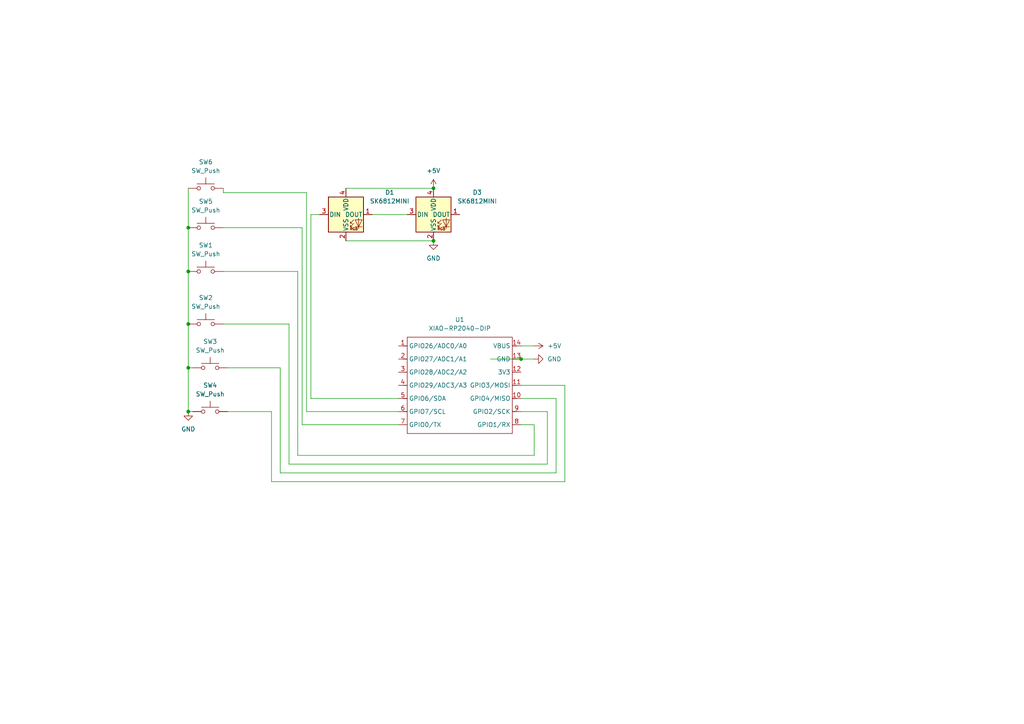
<source format=kicad_sch>
(kicad_sch (version 20250114) (generator "eeschema") (generator_version "9.0")
  (paper "A4")
  (lib_symbols
    (symbol "LED:SK6812MINI" (pin_names (offset 0.254))
      (property "Reference" "D" (at 5.08 5.715 0))
      (property "Value" "SK6812MINI" (at 1.27 -5.715 0))
      (symbol "SK6812MINI_0_0"
        (text "RGB" (at 2.286 -4.191 0) (effects (font (size 0.762 0.762))))
      )
      (symbol "SK6812MINI_0_1"
        (polyline (pts (xy 1.27 -2.54) (xy 1.778 -2.54)))
        (polyline (pts (xy 1.27 -3.556) (xy 1.778 -3.556)))
        (polyline (pts (xy 2.286 -1.524) (xy 1.27 -2.54) (xy 1.27 -2.032)))
        (polyline (pts (xy 2.286 -2.54) (xy 1.27 -3.556) (xy 1.27 -3.048)))
        (polyline (pts (xy 3.683 -1.016) (xy 3.683 -3.556) (xy 3.683 -4.064)))
        (polyline (pts (xy 4.699 -1.524) (xy 2.667 -1.524) (xy 3.683 -3.556) (xy 4.699 -1.524)))
        (polyline (pts (xy 4.699 -3.556) (xy 2.667 -3.556)))
        (rectangle (start 5.08 5.08) (end -5.08 -5.08) (stroke (width 0.254)) (fill (type background)))
      )
      (symbol "SK6812MINI_1_1"
        (pin input line (at -7.62 0 0) (length 2.54) (name "DIN") (number "3"))
        (pin power_in line (at 0 7.62 270) (length 2.54) (name "VDD") (number "4"))
        (pin power_in line (at 0 -7.62 90) (length 2.54) (name "VSS") (number "2"))
        (pin output line (at 7.62 0 180) (length 2.54) (name "DOUT") (number "1"))
      )
    )
    (symbol "OPL:XIAO-RP2040-DIP"
      (property "Reference" "U" (at 0 0 0))
      (property "Value" "XIAO-RP2040-DIP" (at 5.334 -1.778 0))
      (symbol "XIAO-RP2040-DIP_1_0"
        (polyline (pts (xy -1.27 -2.54) (xy 29.21 -2.54)) (stroke (width 0.1524)))
        (polyline (pts (xy -1.27 -5.08) (xy -2.54 -5.08)) (stroke (width 0.1524)))
        (polyline (pts (xy -1.27 -5.08) (xy -1.27 -2.54)) (stroke (width 0.1524)))
        (polyline (pts (xy -1.27 -8.89) (xy -2.54 -8.89)) (stroke (width 0.1524)))
        (polyline (pts (xy -1.27 -8.89) (xy -1.27 -5.08)) (stroke (width 0.1524)))
        (polyline (pts (xy -1.27 -12.7) (xy -2.54 -12.7)) (stroke (width 0.1524)))
        (polyline (pts (xy -1.27 -12.7) (xy -1.27 -8.89)) (stroke (width 0.1524)))
        (polyline (pts (xy -1.27 -16.51) (xy -2.54 -16.51)) (stroke (width 0.1524)))
        (polyline (pts (xy -1.27 -16.51) (xy -1.27 -12.7)) (stroke (width 0.1524)))
        (polyline (pts (xy -1.27 -20.32) (xy -2.54 -20.32)) (stroke (width 0.1524)))
        (polyline (pts (xy -1.27 -24.13) (xy -2.54 -24.13)) (stroke (width 0.1524)))
        (polyline (pts (xy -1.27 -27.94) (xy -2.54 -27.94)) (stroke (width 0.1524)))
        (polyline (pts (xy -1.27 -30.48) (xy -1.27 -16.51)) (stroke (width 0.1524)))
        (polyline (pts (xy 29.21 -2.54) (xy 29.21 -5.08)) (stroke (width 0.1524)))
        (polyline (pts (xy 29.21 -5.08) (xy 29.21 -8.89)) (stroke (width 0.1524)))
        (polyline (pts (xy 29.21 -8.89) (xy 29.21 -12.7)) (stroke (width 0.1524)))
        (polyline (pts (xy 29.21 -12.7) (xy 29.21 -30.48)) (stroke (width 0.1524)))
        (polyline (pts (xy 29.21 -30.48) (xy -1.27 -30.48)) (stroke (width 0.1524)))
        (polyline (pts (xy 30.48 -5.08) (xy 29.21 -5.08)) (stroke (width 0.1524)))
        (polyline (pts (xy 30.48 -8.89) (xy 29.21 -8.89)) (stroke (width 0.1524)))
        (polyline (pts (xy 30.48 -12.7) (xy 29.21 -12.7)) (stroke (width 0.1524)))
        (polyline (pts (xy 30.48 -16.51) (xy 29.21 -16.51)) (stroke (width 0.1524)))
        (polyline (pts (xy 30.48 -20.32) (xy 29.21 -20.32)) (stroke (width 0.1524)))
        (polyline (pts (xy 30.48 -24.13) (xy 29.21 -24.13)) (stroke (width 0.1524)))
        (polyline (pts (xy 30.48 -27.94) (xy 29.21 -27.94)) (stroke (width 0.1524)))
        (pin passive line (at -3.81 -5.08 0) (length 2.54) (name "GPIO26/ADC0/A0") (number "1"))
        (pin passive line (at -3.81 -8.89 0) (length 2.54) (name "GPIO27/ADC1/A1") (number "2"))
        (pin passive line (at -3.81 -12.7 0) (length 2.54) (name "GPIO28/ADC2/A2") (number "3"))
        (pin passive line (at -3.81 -16.51 0) (length 2.54) (name "GPIO29/ADC3/A3") (number "4"))
        (pin passive line (at -3.81 -20.32 0) (length 2.54) (name "GPIO6/SDA") (number "5"))
        (pin passive line (at -3.81 -24.13 0) (length 2.54) (name "GPIO7/SCL") (number "6"))
        (pin passive line (at -3.81 -27.94 0) (length 2.54) (name "GPIO0/TX") (number "7"))
        (pin passive line (at 31.75 -5.08 180) (length 2.54) (name "VBUS") (number "14"))
        (pin passive line (at 31.75 -8.89 180) (length 2.54) (name "GND") (number "13"))
        (pin passive line (at 31.75 -12.7 180) (length 2.54) (name "3V3") (number "12"))
        (pin passive line (at 31.75 -16.51 180) (length 2.54) (name "GPIO3/MOSI") (number "11"))
        (pin passive line (at 31.75 -20.32 180) (length 2.54) (name "GPIO4/MISO") (number "10"))
        (pin passive line (at 31.75 -24.13 180) (length 2.54) (name "GPIO2/SCK") (number "9"))
        (pin passive line (at 31.75 -27.94 180) (length 2.54) (name "GPIO1/RX") (number "8"))
      )
    )
    (symbol "Switch:SW_Push" (pin_numbers (hide yes)) (pin_names (offset 1.016) (hide yes))
      (property "Reference" "SW" (at 1.27 2.54 0))
      (property "Value" "SW_Push" (at 0 -1.524 0))
      (symbol "SW_Push_0_1"
        (circle (center -2.032 0) (radius 0.508))
        (polyline (pts (xy 0 1.27) (xy 0 3.048)))
        (circle (center 2.032 0) (radius 0.508))
        (polyline (pts (xy 2.54 1.27) (xy -2.54 1.27)))
        (pin passive line (at -5.08 0 0) (length 2.54) (name "1") (number "1"))
        (pin passive line (at 5.08 0 180) (length 2.54) (name "2") (number "2"))
      )
    )
    (symbol "power:+5V" (power) (pin_numbers (hide yes)) (pin_names (offset 0) (hide yes))
      (property "Value" "+5V" (at 0 3.556 0))
      (symbol "+5V_0_1"
        (polyline (pts (xy -0.762 1.27) (xy 0 2.54)))
        (polyline (pts (xy 0 2.54) (xy 0.762 1.27)))
        (polyline (pts (xy 0 0) (xy 0 2.54)))
      )
      (symbol "+5V_1_1"
        (pin power_in line (at 0 0 90) (length 0) (name "~") (number "1"))
      )
    )
    (symbol "power:GND" (power) (pin_numbers (hide yes)) (pin_names (offset 0) (hide yes))
      (property "Value" "GND" (at 0 -3.81 0))
      (symbol "GND_0_1"
        (polyline (pts (xy 0 0) (xy 0 -1.27) (xy 1.27 -1.27) (xy 0 -2.54) (xy -1.27 -1.27) (xy 0 -1.27)))
      )
      (symbol "GND_1_1"
        (pin power_in line (at 0 0 270) (length 0) (name "~") (number "1"))
      )
    )
  )
  (junction (at 54.61 78.74))
  (junction (at 125.73 54.61))
  (junction (at 54.61 106.68))
  (junction (at 54.61 93.98))
  (junction (at 54.61 66.04))
  (junction (at 151.13 104.14))
  (junction (at 125.73 69.85))
  (junction (at 54.61 119.38))
  (wire (pts (xy 163.83 139.7) (xy 163.83 111.76)))
  (wire (pts (xy 154.94 104.14) (xy 151.13 104.14)))
  (wire (pts (xy 87.63 66.04) (xy 87.63 123.19)))
  (wire (pts (xy 107.95 62.23) (xy 118.11 62.23)))
  (wire (pts (xy 54.61 106.68) (xy 54.61 119.38)))
  (wire (pts (xy 154.94 132.08) (xy 154.94 123.19)))
  (wire (pts (xy 158.75 134.62) (xy 158.75 119.38)))
  (wire (pts (xy 88.9 55.88) (xy 64.77 55.88)))
  (wire (pts (xy 81.28 137.16) (xy 161.29 137.16)))
  (wire (pts (xy 115.57 119.38) (xy 88.9 119.38)))
  (wire (pts (xy 64.77 66.04) (xy 87.63 66.04)))
  (wire (pts (xy 86.36 78.74) (xy 86.36 132.08)))
  (wire (pts (xy 115.57 115.57) (xy 90.17 115.57)))
  (wire (pts (xy 83.82 93.98) (xy 83.82 134.62)))
  (wire (pts (xy 142.24 104.14) (xy 151.13 104.14)))
  (wire (pts (xy 100.33 54.61) (xy 125.73 54.61)))
  (wire (pts (xy 154.94 123.19) (xy 151.13 123.19)))
  (wire (pts (xy 81.28 106.68) (xy 81.28 137.16)))
  (wire (pts (xy 66.04 106.68) (xy 81.28 106.68)))
  (wire (pts (xy 83.82 134.62) (xy 158.75 134.62)))
  (wire (pts (xy 54.61 54.61) (xy 54.61 66.04)))
  (wire (pts (xy 90.17 62.23) (xy 92.71 62.23)))
  (wire (pts (xy 154.94 100.33) (xy 151.13 100.33)))
  (wire (pts (xy 78.74 139.7) (xy 163.83 139.7)))
  (wire (pts (xy 88.9 119.38) (xy 88.9 55.88)))
  (wire (pts (xy 151.13 119.38) (xy 158.75 119.38)))
  (wire (pts (xy 54.61 66.04) (xy 54.61 78.74)))
  (wire (pts (xy 87.63 123.19) (xy 115.57 123.19)))
  (wire (pts (xy 161.29 137.16) (xy 161.29 115.57)))
  (wire (pts (xy 78.74 119.38) (xy 78.74 139.7)))
  (wire (pts (xy 54.61 119.38) (xy 55.88 119.38)))
  (wire (pts (xy 151.13 111.76) (xy 163.83 111.76)))
  (wire (pts (xy 54.61 106.68) (xy 55.88 106.68)))
  (wire (pts (xy 64.77 78.74) (xy 86.36 78.74)))
  (wire (pts (xy 86.36 132.08) (xy 154.94 132.08)))
  (wire (pts (xy 90.17 115.57) (xy 90.17 62.23)))
  (wire (pts (xy 100.33 69.85) (xy 125.73 69.85)))
  (wire (pts (xy 66.04 119.38) (xy 78.74 119.38)))
  (wire (pts (xy 64.77 93.98) (xy 83.82 93.98)))
  (wire (pts (xy 54.61 78.74) (xy 54.61 93.98)))
  (wire (pts (xy 161.29 115.57) (xy 151.13 115.57)))
  (wire (pts (xy 64.77 55.88) (xy 64.77 54.61)))
  (wire (pts (xy 54.61 93.98) (xy 54.61 106.68)))
  (symbol (lib_id "power:+5V") (at 154.94 100.33 270) (unit 1)
    (property "Reference" "#PWR04" (effects (hide yes)))
    (property "Value" "+5V" (at 158.75 100.3299 90) (effects (justify left)))
    (property "Description" "Power symbol creates a global label with name \"+5V\"" (effects (hide yes)))
  )
  (symbol (lib_id "Switch:SW_Push") (at 59.69 93.98 0) (unit 1)
    (property "Reference" "SW2" (at 59.69 86.36 0))
    (property "Value" "SW_Push" (at 59.69 88.9 0))
    (property "Footprint" "Button_Switch_Keyboard:SW_Cherry_MX_1.00u_PCB" (effects (hide yes)))
    (property "Description" "Push button switch, generic, two pins" (effects (hide yes)))
  )
  (symbol (lib_id "power:+5V") (at 125.73 54.61 0) (unit 1)
    (property "Reference" "#PWR05" (effects (hide yes)))
    (property "Value" "+5V" (at 125.73 49.53 0))
    (property "Description" "Power symbol creates a global label with name \"+5V\"" (effects (hide yes)))
  )
  (symbol (lib_id "power:GND") (at 54.61 119.38 0) (unit 1)
    (property "Reference" "#PWR02" (effects (hide yes)))
    (property "Value" "GND" (at 54.61 124.46 0))
    (property "Description" "Power symbol creates a global label with name \"GND\" , ground" (effects (hide yes)))
  )
  (symbol (lib_id "OPL:XIAO-RP2040-DIP") (at 119.38 95.25 0) (unit 1)
    (property "Reference" "U1" (at 133.35 92.71 0))
    (property "Value" "XIAO-RP2040-DIP" (at 133.35 95.25 0))
    (property "Footprint" "OPL:XIAO-RP2040-DIP" (effects (hide yes)))
  )
  (symbol (lib_id "power:GND") (at 154.94 104.14 90) (unit 1)
    (property "Reference" "#PWR03" (effects (hide yes)))
    (property "Value" "GND" (at 158.75 104.1399 90) (effects (justify right)))
    (property "Description" "Power symbol creates a global label with name \"GND\" , ground" (effects (hide yes)))
  )
  (symbol (lib_id "LED:SK6812MINI") (at 125.73 62.23 0) (unit 1)
    (property "Reference" "D3" (at 138.43 55.8098 0))
    (property "Value" "SK6812MINI" (at 138.43 58.3498 0))
    (property "Footprint" "LED_SMD:LED_SK6812MINI_PLCC4_3.5x3.5mm_P1.75mm" (effects (hide yes)))
    (property "Datasheet" "https://cdn-shop.adafruit.com/product-files/2686/SK6812MINI_REV.01-1-2.pdf" (effects (hide yes)))
    (property "Description" "RGB LED with integrated controller" (effects (hide yes)))
  )
  (symbol (lib_id "LED:SK6812MINI") (at 100.33 62.23 0) (unit 1)
    (property "Reference" "D1" (at 113.03 55.8098 0))
    (property "Value" "SK6812MINI" (at 113.03 58.3498 0))
    (property "Footprint" "LED_SMD:LED_SK6812MINI_PLCC4_3.5x3.5mm_P1.75mm" (effects (hide yes)))
    (property "Datasheet" "https://cdn-shop.adafruit.com/product-files/2686/SK6812MINI_REV.01-1-2.pdf" (effects (hide yes)))
    (property "Description" "RGB LED with integrated controller" (effects (hide yes)))
  )
  (symbol (lib_id "Switch:SW_Push") (at 59.69 54.61 0) (unit 1)
    (property "Reference" "SW6" (at 59.69 46.99 0))
    (property "Value" "SW_Push" (at 59.69 49.53 0))
    (property "Footprint" "Button_Switch_Keyboard:SW_Cherry_MX_1.00u_PCB" (effects (hide yes)))
    (property "Description" "Push button switch, generic, two pins" (effects (hide yes)))
  )
  (symbol (lib_id "Switch:SW_Push") (at 59.69 78.74 0) (unit 1)
    (property "Reference" "SW1" (at 59.69 71.12 0))
    (property "Value" "SW_Push" (at 59.69 73.66 0))
    (property "Footprint" "Button_Switch_Keyboard:SW_Cherry_MX_1.00u_PCB" (effects (hide yes)))
    (property "Description" "Push button switch, generic, two pins" (effects (hide yes)))
  )
  (symbol (lib_id "Switch:SW_Push") (at 60.96 106.68 0) (unit 1)
    (property "Reference" "SW3" (at 60.96 99.06 0))
    (property "Value" "SW_Push" (at 60.96 101.6 0))
    (property "Footprint" "Button_Switch_Keyboard:SW_Cherry_MX_1.00u_PCB" (effects (hide yes)))
    (property "Description" "Push button switch, generic, two pins" (effects (hide yes)))
  )
  (symbol (lib_id "power:GND") (at 125.73 69.85 0) (unit 1)
    (property "Reference" "#PWR01" (effects (hide yes)))
    (property "Value" "GND" (at 125.73 74.93 0))
    (property "Description" "Power symbol creates a global label with name \"GND\" , ground" (effects (hide yes)))
  )
  (symbol (lib_id "Switch:SW_Push") (at 60.96 119.38 0) (unit 1)
    (property "Reference" "SW4" (at 60.96 111.76 0))
    (property "Value" "SW_Push" (at 60.96 114.3 0))
    (property "Footprint" "Button_Switch_Keyboard:SW_Cherry_MX_1.00u_PCB" (effects (hide yes)))
    (property "Description" "Push button switch, generic, two pins" (effects (hide yes)))
  )
  (symbol (lib_id "Switch:SW_Push") (at 59.69 66.04 0) (unit 1)
    (property "Reference" "SW5" (at 59.69 58.42 0))
    (property "Value" "SW_Push" (at 59.69 60.96 0))
    (property "Footprint" "Button_Switch_Keyboard:SW_Cherry_MX_1.00u_PCB" (effects (hide yes)))
    (property "Description" "Push button switch, generic, two pins" (effects (hide yes)))
  )
)
</source>
